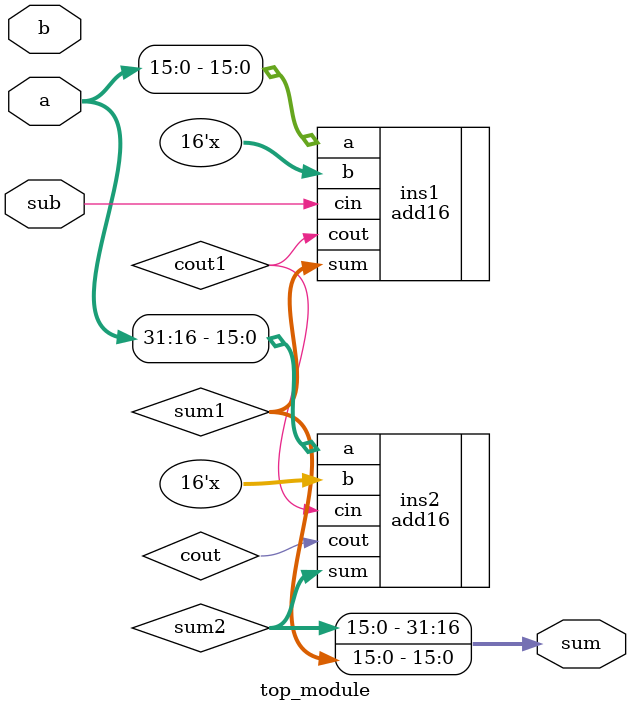
<source format=v>

module top_module(
    input [31:0] a,
    input [31:0] b,
    input sub,
    output [31:0] sum
);
    wire [31:0] b_adass;
    wire cout1,cout;
    wire [15:0] sum1,sum2;
    assign b_case = sub?~b:b;
    
  add16 ins1(.a(a[15:0]), .b(b_case[15:0]), .cin(sub), .sum(sum1), .cout(cout1));
  add16 ins2(.a(a[31:16]), .b(b_case[31:16]), .cin(cout1), .sum(sum2), .cout(cout));
    
    assign sum = {sum2,sum1};
endmodule

</source>
